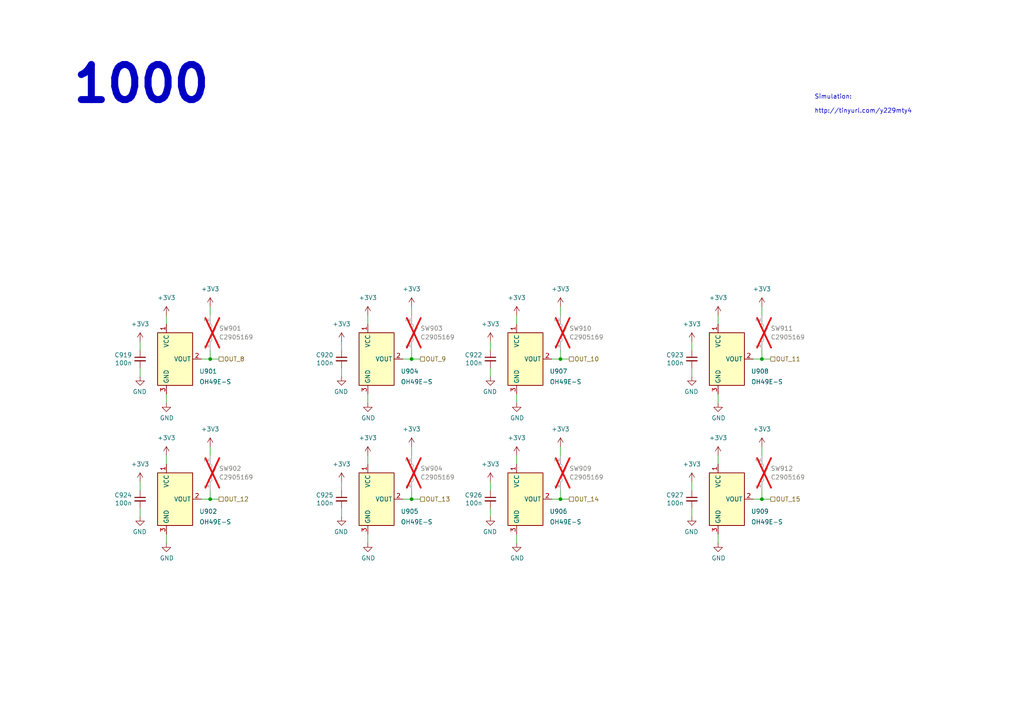
<source format=kicad_sch>
(kicad_sch (version 20250114) (generator "eeschema") (generator_version "9.0")
  (paper "A4")
  (lib_symbols
    (symbol "+3V3_1" (power) (pin_names (offset 0))
      (property "Value" "+3V3" (at 0 3.556 0))
      (symbol "+3V3_1_0_1"
        (polyline (pts (xy -0.762 1.27) (xy 0 2.54)))
        (polyline (pts (xy 0 2.54) (xy 0.762 1.27)))
        (polyline (pts (xy 0 0) (xy 0 2.54)))
      )
      (symbol "+3V3_1_1_1"
        (pin power_in line (at 0 0 90) (length 0) (hide yes) (name "+3V3") (number "1"))
      )
    )
    (symbol "+3V3_10" (power) (pin_names (offset 0))
      (property "Value" "+3V3" (at 0 3.556 0))
      (symbol "+3V3_10_0_1"
        (polyline (pts (xy -0.762 1.27) (xy 0 2.54)))
        (polyline (pts (xy 0 2.54) (xy 0.762 1.27)))
        (polyline (pts (xy 0 0) (xy 0 2.54)))
      )
      (symbol "+3V3_10_1_1"
        (pin power_in line (at 0 0 90) (length 0) (hide yes) (name "+3V3") (number "1"))
      )
    )
    (symbol "+3V3_11" (power) (pin_names (offset 0))
      (property "Value" "+3V3" (at 0 3.556 0))
      (symbol "+3V3_11_0_1"
        (polyline (pts (xy -0.762 1.27) (xy 0 2.54)))
        (polyline (pts (xy 0 2.54) (xy 0.762 1.27)))
        (polyline (pts (xy 0 0) (xy 0 2.54)))
      )
      (symbol "+3V3_11_1_1"
        (pin power_in line (at 0 0 90) (length 0) (hide yes) (name "+3V3") (number "1"))
      )
    )
    (symbol "+3V3_12" (power) (pin_names (offset 0))
      (property "Value" "+3V3" (at 0 3.556 0))
      (symbol "+3V3_12_0_1"
        (polyline (pts (xy -0.762 1.27) (xy 0 2.54)))
        (polyline (pts (xy 0 2.54) (xy 0.762 1.27)))
        (polyline (pts (xy 0 0) (xy 0 2.54)))
      )
      (symbol "+3V3_12_1_1"
        (pin power_in line (at 0 0 90) (length 0) (hide yes) (name "+3V3") (number "1"))
      )
    )
    (symbol "+3V3_13" (power) (pin_names (offset 0))
      (property "Value" "+3V3" (at 0 3.556 0))
      (symbol "+3V3_13_0_1"
        (polyline (pts (xy -0.762 1.27) (xy 0 2.54)))
        (polyline (pts (xy 0 2.54) (xy 0.762 1.27)))
        (polyline (pts (xy 0 0) (xy 0 2.54)))
      )
      (symbol "+3V3_13_1_1"
        (pin power_in line (at 0 0 90) (length 0) (hide yes) (name "+3V3") (number "1"))
      )
    )
    (symbol "+3V3_14" (power) (pin_names (offset 0))
      (property "Value" "+3V3" (at 0 3.556 0))
      (symbol "+3V3_14_0_1"
        (polyline (pts (xy -0.762 1.27) (xy 0 2.54)))
        (polyline (pts (xy 0 2.54) (xy 0.762 1.27)))
        (polyline (pts (xy 0 0) (xy 0 2.54)))
      )
      (symbol "+3V3_14_1_1"
        (pin power_in line (at 0 0 90) (length 0) (hide yes) (name "+3V3") (number "1"))
      )
    )
    (symbol "+3V3_15" (power) (pin_names (offset 0))
      (property "Value" "+3V3" (at 0 3.556 0))
      (symbol "+3V3_15_0_1"
        (polyline (pts (xy -0.762 1.27) (xy 0 2.54)))
        (polyline (pts (xy 0 2.54) (xy 0.762 1.27)))
        (polyline (pts (xy 0 0) (xy 0 2.54)))
      )
      (symbol "+3V3_15_1_1"
        (pin power_in line (at 0 0 90) (length 0) (hide yes) (name "+3V3") (number "1"))
      )
    )
    (symbol "+3V3_16" (power) (pin_names (offset 0))
      (property "Value" "+3V3" (at 0 3.556 0))
      (symbol "+3V3_16_0_1"
        (polyline (pts (xy -0.762 1.27) (xy 0 2.54)))
        (polyline (pts (xy 0 2.54) (xy 0.762 1.27)))
        (polyline (pts (xy 0 0) (xy 0 2.54)))
      )
      (symbol "+3V3_16_1_1"
        (pin power_in line (at 0 0 90) (length 0) (hide yes) (name "+3V3") (number "1"))
      )
    )
    (symbol "+3V3_17" (power) (pin_names (offset 0))
      (property "Value" "+3V3" (at 0 3.556 0))
      (symbol "+3V3_17_0_1"
        (polyline (pts (xy -0.762 1.27) (xy 0 2.54)))
        (polyline (pts (xy 0 2.54) (xy 0.762 1.27)))
        (polyline (pts (xy 0 0) (xy 0 2.54)))
      )
      (symbol "+3V3_17_1_1"
        (pin power_in line (at 0 0 90) (length 0) (hide yes) (name "+3V3") (number "1"))
      )
    )
    (symbol "+3V3_18" (power) (pin_names (offset 0))
      (property "Value" "+3V3" (at 0 3.556 0))
      (symbol "+3V3_18_0_1"
        (polyline (pts (xy -0.762 1.27) (xy 0 2.54)))
        (polyline (pts (xy 0 2.54) (xy 0.762 1.27)))
        (polyline (pts (xy 0 0) (xy 0 2.54)))
      )
      (symbol "+3V3_18_1_1"
        (pin power_in line (at 0 0 90) (length 0) (hide yes) (name "+3V3") (number "1"))
      )
    )
    (symbol "+3V3_19" (power) (pin_names (offset 0))
      (property "Value" "+3V3" (at 0 3.556 0))
      (symbol "+3V3_19_0_1"
        (polyline (pts (xy -0.762 1.27) (xy 0 2.54)))
        (polyline (pts (xy 0 2.54) (xy 0.762 1.27)))
        (polyline (pts (xy 0 0) (xy 0 2.54)))
      )
      (symbol "+3V3_19_1_1"
        (pin power_in line (at 0 0 90) (length 0) (hide yes) (name "+3V3") (number "1"))
      )
    )
    (symbol "+3V3_2" (power) (pin_names (offset 0))
      (property "Value" "+3V3" (at 0 3.556 0))
      (symbol "+3V3_2_0_1"
        (polyline (pts (xy -0.762 1.27) (xy 0 2.54)))
        (polyline (pts (xy 0 2.54) (xy 0.762 1.27)))
        (polyline (pts (xy 0 0) (xy 0 2.54)))
      )
      (symbol "+3V3_2_1_1"
        (pin power_in line (at 0 0 90) (length 0) (hide yes) (name "+3V3") (number "1"))
      )
    )
    (symbol "+3V3_20" (power) (pin_names (offset 0))
      (property "Value" "+3V3" (at 0 3.556 0))
      (symbol "+3V3_20_0_1"
        (polyline (pts (xy -0.762 1.27) (xy 0 2.54)))
        (polyline (pts (xy 0 2.54) (xy 0.762 1.27)))
        (polyline (pts (xy 0 0) (xy 0 2.54)))
      )
      (symbol "+3V3_20_1_1"
        (pin power_in line (at 0 0 90) (length 0) (hide yes) (name "+3V3") (number "1"))
      )
    )
    (symbol "+3V3_21" (power) (pin_names (offset 0))
      (property "Value" "+3V3" (at 0 3.556 0))
      (symbol "+3V3_21_0_1"
        (polyline (pts (xy -0.762 1.27) (xy 0 2.54)))
        (polyline (pts (xy 0 2.54) (xy 0.762 1.27)))
        (polyline (pts (xy 0 0) (xy 0 2.54)))
      )
      (symbol "+3V3_21_1_1"
        (pin power_in line (at 0 0 90) (length 0) (hide yes) (name "+3V3") (number "1"))
      )
    )
    (symbol "+3V3_22" (power) (pin_names (offset 0))
      (property "Value" "+3V3" (at 0 3.556 0))
      (symbol "+3V3_22_0_1"
        (polyline (pts (xy -0.762 1.27) (xy 0 2.54)))
        (polyline (pts (xy 0 2.54) (xy 0.762 1.27)))
        (polyline (pts (xy 0 0) (xy 0 2.54)))
      )
      (symbol "+3V3_22_1_1"
        (pin power_in line (at 0 0 90) (length 0) (hide yes) (name "+3V3") (number "1"))
      )
    )
    (symbol "+3V3_23" (power) (pin_names (offset 0))
      (property "Value" "+3V3" (at 0 3.556 0))
      (symbol "+3V3_23_0_1"
        (polyline (pts (xy -0.762 1.27) (xy 0 2.54)))
        (polyline (pts (xy 0 2.54) (xy 0.762 1.27)))
        (polyline (pts (xy 0 0) (xy 0 2.54)))
      )
      (symbol "+3V3_23_1_1"
        (pin power_in line (at 0 0 90) (length 0) (hide yes) (name "+3V3") (number "1"))
      )
    )
    (symbol "+3V3_3" (power) (pin_names (offset 0))
      (property "Value" "+3V3" (at 0 3.556 0))
      (symbol "+3V3_3_0_1"
        (polyline (pts (xy -0.762 1.27) (xy 0 2.54)))
        (polyline (pts (xy 0 2.54) (xy 0.762 1.27)))
        (polyline (pts (xy 0 0) (xy 0 2.54)))
      )
      (symbol "+3V3_3_1_1"
        (pin power_in line (at 0 0 90) (length 0) (hide yes) (name "+3V3") (number "1"))
      )
    )
    (symbol "+3V3_4" (power) (pin_names (offset 0))
      (property "Value" "+3V3" (at 0 3.556 0))
      (symbol "+3V3_4_0_1"
        (polyline (pts (xy -0.762 1.27) (xy 0 2.54)))
        (polyline (pts (xy 0 2.54) (xy 0.762 1.27)))
        (polyline (pts (xy 0 0) (xy 0 2.54)))
      )
      (symbol "+3V3_4_1_1"
        (pin power_in line (at 0 0 90) (length 0) (hide yes) (name "+3V3") (number "1"))
      )
    )
    (symbol "+3V3_5" (power) (pin_names (offset 0))
      (property "Value" "+3V3" (at 0 3.556 0))
      (symbol "+3V3_5_0_1"
        (polyline (pts (xy -0.762 1.27) (xy 0 2.54)))
        (polyline (pts (xy 0 2.54) (xy 0.762 1.27)))
        (polyline (pts (xy 0 0) (xy 0 2.54)))
      )
      (symbol "+3V3_5_1_1"
        (pin power_in line (at 0 0 90) (length 0) (hide yes) (name "+3V3") (number "1"))
      )
    )
    (symbol "+3V3_6" (power) (pin_names (offset 0))
      (property "Value" "+3V3" (at 0 3.556 0))
      (symbol "+3V3_6_0_1"
        (polyline (pts (xy -0.762 1.27) (xy 0 2.54)))
        (polyline (pts (xy 0 2.54) (xy 0.762 1.27)))
        (polyline (pts (xy 0 0) (xy 0 2.54)))
      )
      (symbol "+3V3_6_1_1"
        (pin power_in line (at 0 0 90) (length 0) (hide yes) (name "+3V3") (number "1"))
      )
    )
    (symbol "+3V3_7" (power) (pin_names (offset 0))
      (property "Value" "+3V3" (at 0 3.556 0))
      (symbol "+3V3_7_0_1"
        (polyline (pts (xy -0.762 1.27) (xy 0 2.54)))
        (polyline (pts (xy 0 2.54) (xy 0.762 1.27)))
        (polyline (pts (xy 0 0) (xy 0 2.54)))
      )
      (symbol "+3V3_7_1_1"
        (pin power_in line (at 0 0 90) (length 0) (hide yes) (name "+3V3") (number "1"))
      )
    )
    (symbol "+3V3_8" (power) (pin_names (offset 0))
      (property "Value" "+3V3" (at 0 3.556 0))
      (symbol "+3V3_8_0_1"
        (polyline (pts (xy -0.762 1.27) (xy 0 2.54)))
        (polyline (pts (xy 0 2.54) (xy 0.762 1.27)))
        (polyline (pts (xy 0 0) (xy 0 2.54)))
      )
      (symbol "+3V3_8_1_1"
        (pin power_in line (at 0 0 90) (length 0) (hide yes) (name "+3V3") (number "1"))
      )
    )
    (symbol "+3V3_9" (power) (pin_names (offset 0))
      (property "Value" "+3V3" (at 0 3.556 0))
      (symbol "+3V3_9_0_1"
        (polyline (pts (xy -0.762 1.27) (xy 0 2.54)))
        (polyline (pts (xy 0 2.54) (xy 0.762 1.27)))
        (polyline (pts (xy 0 0) (xy 0 2.54)))
      )
      (symbol "+3V3_9_1_1"
        (pin power_in line (at 0 0 90) (length 0) (hide yes) (name "+3V3") (number "1"))
      )
    )
    (symbol "CAP_1" (pin_numbers (hide yes)) (pin_names (offset 0.254) (hide yes))
      (property "Reference" "C" (at 0.254 1.778 0))
      (symbol "CAP_1_0_1"
        (polyline (pts (xy -1.524 0.508) (xy 1.524 0.508)) (stroke (width 0.3048)))
        (polyline (pts (xy -1.524 -0.508) (xy 1.524 -0.508)) (stroke (width 0.3302)))
      )
      (symbol "CAP_1_1_1"
        (pin passive line (at 0 2.54 270) (length 2.032) (name "~") (number "1"))
        (pin passive line (at 0 -2.54 90) (length 2.032) (name "~") (number "2"))
      )
    )
    (symbol "CAP_2" (pin_numbers (hide yes)) (pin_names (offset 0.254) (hide yes))
      (property "Reference" "C" (at 0.254 1.778 0))
      (symbol "CAP_2_0_1"
        (polyline (pts (xy -1.524 0.508) (xy 1.524 0.508)) (stroke (width 0.3048)))
        (polyline (pts (xy -1.524 -0.508) (xy 1.524 -0.508)) (stroke (width 0.3302)))
      )
      (symbol "CAP_2_1_1"
        (pin passive line (at 0 2.54 270) (length 2.032) (name "~") (number "1"))
        (pin passive line (at 0 -2.54 90) (length 2.032) (name "~") (number "2"))
      )
    )
    (symbol "CAP_3" (pin_numbers (hide yes)) (pin_names (offset 0.254) (hide yes))
      (property "Reference" "C" (at 0.254 1.778 0))
      (symbol "CAP_3_0_1"
        (polyline (pts (xy -1.524 0.508) (xy 1.524 0.508)) (stroke (width 0.3048)))
        (polyline (pts (xy -1.524 -0.508) (xy 1.524 -0.508)) (stroke (width 0.3302)))
      )
      (symbol "CAP_3_1_1"
        (pin passive line (at 0 2.54 270) (length 2.032) (name "~") (number "1"))
        (pin passive line (at 0 -2.54 90) (length 2.032) (name "~") (number "2"))
      )
    )
    (symbol "CAP_4" (pin_numbers (hide yes)) (pin_names (offset 0.254) (hide yes))
      (property "Reference" "C" (at 0.254 1.778 0))
      (symbol "CAP_4_0_1"
        (polyline (pts (xy -1.524 0.508) (xy 1.524 0.508)) (stroke (width 0.3048)))
        (polyline (pts (xy -1.524 -0.508) (xy 1.524 -0.508)) (stroke (width 0.3302)))
      )
      (symbol "CAP_4_1_1"
        (pin passive line (at 0 2.54 270) (length 2.032) (name "~") (number "1"))
        (pin passive line (at 0 -2.54 90) (length 2.032) (name "~") (number "2"))
      )
    )
    (symbol "CAP_5" (pin_numbers (hide yes)) (pin_names (offset 0.254) (hide yes))
      (property "Reference" "C" (at 0.254 1.778 0))
      (symbol "CAP_5_0_1"
        (polyline (pts (xy -1.524 0.508) (xy 1.524 0.508)) (stroke (width 0.3048)))
        (polyline (pts (xy -1.524 -0.508) (xy 1.524 -0.508)) (stroke (width 0.3302)))
      )
      (symbol "CAP_5_1_1"
        (pin passive line (at 0 2.54 270) (length 2.032) (name "~") (number "1"))
        (pin passive line (at 0 -2.54 90) (length 2.032) (name "~") (number "2"))
      )
    )
    (symbol "CAP_6" (pin_numbers (hide yes)) (pin_names (offset 0.254) (hide yes))
      (property "Reference" "C" (at 0.254 1.778 0))
      (symbol "CAP_6_0_1"
        (polyline (pts (xy -1.524 0.508) (xy 1.524 0.508)) (stroke (width 0.3048)))
        (polyline (pts (xy -1.524 -0.508) (xy 1.524 -0.508)) (stroke (width 0.3302)))
      )
      (symbol "CAP_6_1_1"
        (pin passive line (at 0 2.54 270) (length 2.032) (name "~") (number "1"))
        (pin passive line (at 0 -2.54 90) (length 2.032) (name "~") (number "2"))
      )
    )
    (symbol "CAP_7" (pin_numbers (hide yes)) (pin_names (offset 0.254) (hide yes))
      (property "Reference" "C" (at 0.254 1.778 0))
      (symbol "CAP_7_0_1"
        (polyline (pts (xy -1.524 0.508) (xy 1.524 0.508)) (stroke (width 0.3048)))
        (polyline (pts (xy -1.524 -0.508) (xy 1.524 -0.508)) (stroke (width 0.3302)))
      )
      (symbol "CAP_7_1_1"
        (pin passive line (at 0 2.54 270) (length 2.032) (name "~") (number "1"))
        (pin passive line (at 0 -2.54 90) (length 2.032) (name "~") (number "2"))
      )
    )
    (symbol "GND_1" (power) (pin_names (offset 0))
      (property "Value" "GND" (at 0 -3.81 0))
      (symbol "GND_1_0_1"
        (polyline (pts (xy 0 0) (xy 0 -1.27) (xy 1.27 -1.27) (xy 0 -2.54) (xy -1.27 -1.27) (xy 0 -1.27)))
      )
      (symbol "GND_1_1_1"
        (pin power_in line (at 0 0 270) (length 0) (hide yes) (name "GND") (number "1"))
      )
    )
    (symbol "GND_10" (power) (pin_names (offset 0))
      (property "Value" "GND" (at 0 -3.81 0))
      (symbol "GND_10_0_1"
        (polyline (pts (xy 0 0) (xy 0 -1.27) (xy 1.27 -1.27) (xy 0 -2.54) (xy -1.27 -1.27) (xy 0 -1.27)))
      )
      (symbol "GND_10_1_1"
        (pin power_in line (at 0 0 270) (length 0) (hide yes) (name "GND") (number "1"))
      )
    )
    (symbol "GND_11" (power) (pin_names (offset 0))
      (property "Value" "GND" (at 0 -3.81 0))
      (symbol "GND_11_0_1"
        (polyline (pts (xy 0 0) (xy 0 -1.27) (xy 1.27 -1.27) (xy 0 -2.54) (xy -1.27 -1.27) (xy 0 -1.27)))
      )
      (symbol "GND_11_1_1"
        (pin power_in line (at 0 0 270) (length 0) (hide yes) (name "GND") (number "1"))
      )
    )
    (symbol "GND_12" (power) (pin_names (offset 0))
      (property "Value" "GND" (at 0 -3.81 0))
      (symbol "GND_12_0_1"
        (polyline (pts (xy 0 0) (xy 0 -1.27) (xy 1.27 -1.27) (xy 0 -2.54) (xy -1.27 -1.27) (xy 0 -1.27)))
      )
      (symbol "GND_12_1_1"
        (pin power_in line (at 0 0 270) (length 0) (hide yes) (name "GND") (number "1"))
      )
    )
    (symbol "GND_13" (power) (pin_names (offset 0))
      (property "Value" "GND" (at 0 -3.81 0))
      (symbol "GND_13_0_1"
        (polyline (pts (xy 0 0) (xy 0 -1.27) (xy 1.27 -1.27) (xy 0 -2.54) (xy -1.27 -1.27) (xy 0 -1.27)))
      )
      (symbol "GND_13_1_1"
        (pin power_in line (at 0 0 270) (length 0) (hide yes) (name "GND") (number "1"))
      )
    )
    (symbol "GND_14" (power) (pin_names (offset 0))
      (property "Value" "GND" (at 0 -3.81 0))
      (symbol "GND_14_0_1"
        (polyline (pts (xy 0 0) (xy 0 -1.27) (xy 1.27 -1.27) (xy 0 -2.54) (xy -1.27 -1.27) (xy 0 -1.27)))
      )
      (symbol "GND_14_1_1"
        (pin power_in line (at 0 0 270) (length 0) (hide yes) (name "GND") (number "1"))
      )
    )
    (symbol "GND_15" (power) (pin_names (offset 0))
      (property "Value" "GND" (at 0 -3.81 0))
      (symbol "GND_15_0_1"
        (polyline (pts (xy 0 0) (xy 0 -1.27) (xy 1.27 -1.27) (xy 0 -2.54) (xy -1.27 -1.27) (xy 0 -1.27)))
      )
      (symbol "GND_15_1_1"
        (pin power_in line (at 0 0 270) (length 0) (hide yes) (name "GND") (number "1"))
      )
    )
    (symbol "GND_2" (power) (pin_names (offset 0))
      (property "Value" "GND" (at 0 -3.81 0))
      (symbol "GND_2_0_1"
        (polyline (pts (xy 0 0) (xy 0 -1.27) (xy 1.27 -1.27) (xy 0 -2.54) (xy -1.27 -1.27) (xy 0 -1.27)))
      )
      (symbol "GND_2_1_1"
        (pin power_in line (at 0 0 270) (length 0) (hide yes) (name "GND") (number "1"))
      )
    )
    (symbol "GND_3" (power) (pin_names (offset 0))
      (property "Value" "GND" (at 0 -3.81 0))
      (symbol "GND_3_0_1"
        (polyline (pts (xy 0 0) (xy 0 -1.27) (xy 1.27 -1.27) (xy 0 -2.54) (xy -1.27 -1.27) (xy 0 -1.27)))
      )
      (symbol "GND_3_1_1"
        (pin power_in line (at 0 0 270) (length 0) (hide yes) (name "GND") (number "1"))
      )
    )
    (symbol "GND_4" (power) (pin_names (offset 0))
      (property "Value" "GND" (at 0 -3.81 0))
      (symbol "GND_4_0_1"
        (polyline (pts (xy 0 0) (xy 0 -1.27) (xy 1.27 -1.27) (xy 0 -2.54) (xy -1.27 -1.27) (xy 0 -1.27)))
      )
      (symbol "GND_4_1_1"
        (pin power_in line (at 0 0 270) (length 0) (hide yes) (name "GND") (number "1"))
      )
    )
    (symbol "GND_5" (power) (pin_names (offset 0))
      (property "Value" "GND" (at 0 -3.81 0))
      (symbol "GND_5_0_1"
        (polyline (pts (xy 0 0) (xy 0 -1.27) (xy 1.27 -1.27) (xy 0 -2.54) (xy -1.27 -1.27) (xy 0 -1.27)))
      )
      (symbol "GND_5_1_1"
        (pin power_in line (at 0 0 270) (length 0) (hide yes) (name "GND") (number "1"))
      )
    )
    (symbol "GND_6" (power) (pin_names (offset 0))
      (property "Value" "GND" (at 0 -3.81 0))
      (symbol "GND_6_0_1"
        (polyline (pts (xy 0 0) (xy 0 -1.27) (xy 1.27 -1.27) (xy 0 -2.54) (xy -1.27 -1.27) (xy 0 -1.27)))
      )
      (symbol "GND_6_1_1"
        (pin power_in line (at 0 0 270) (length 0) (hide yes) (name "GND") (number "1"))
      )
    )
    (symbol "GND_7" (power) (pin_names (offset 0))
      (property "Value" "GND" (at 0 -3.81 0))
      (symbol "GND_7_0_1"
        (polyline (pts (xy 0 0) (xy 0 -1.27) (xy 1.27 -1.27) (xy 0 -2.54) (xy -1.27 -1.27) (xy 0 -1.27)))
      )
      (symbol "GND_7_1_1"
        (pin power_in line (at 0 0 270) (length 0) (hide yes) (name "GND") (number "1"))
      )
    )
    (symbol "GND_8" (power) (pin_names (offset 0))
      (property "Value" "GND" (at 0 -3.81 0))
      (symbol "GND_8_0_1"
        (polyline (pts (xy 0 0) (xy 0 -1.27) (xy 1.27 -1.27) (xy 0 -2.54) (xy -1.27 -1.27) (xy 0 -1.27)))
      )
      (symbol "GND_8_1_1"
        (pin power_in line (at 0 0 270) (length 0) (hide yes) (name "GND") (number "1"))
      )
    )
    (symbol "GND_9" (power) (pin_names (offset 0))
      (property "Value" "GND" (at 0 -3.81 0))
      (symbol "GND_9_0_1"
        (polyline (pts (xy 0 0) (xy 0 -1.27) (xy 1.27 -1.27) (xy 0 -2.54) (xy -1.27 -1.27) (xy 0 -1.27)))
      )
      (symbol "GND_9_1_1"
        (pin power_in line (at 0 0 270) (length 0) (hide yes) (name "GND") (number "1"))
      )
    )
    (symbol "Sensor_Magnetic:A1301KLHLT-T"
      (property "Reference" "U" (at 0 11.43 0))
      (property "Value" "A1301KLHLT-T" (at 0 8.89 0))
      (symbol "A1301KLHLT-T_0_1"
        (rectangle (start -5.08 7.62) (end 5.08 -7.62) (stroke (width 0.254)) (fill (type background)))
      )
      (symbol "A1301KLHLT-T_1_1"
        (pin power_in line (at -2.54 10.16 270) (length 2.54) (name "VCC") (number "1"))
        (pin power_in line (at -2.54 -10.16 90) (length 2.54) (name "GND") (number "3"))
        (pin output line (at 7.62 0 180) (length 2.54) (name "VOUT") (number "2"))
      )
    )
    (symbol "Switch:SW_SPST" (pin_names (offset 0) (hide yes))
      (property "Reference" "SW" (at 0 3.175 0))
      (property "Value" "SW_SPST" (at 0 -2.54 0))
      (symbol "SW_SPST_0_0"
        (circle (center -2.032 0) (radius 0.508))
        (polyline (pts (xy -1.524 0.254) (xy 1.524 1.778)))
        (circle (center 2.032 0) (radius 0.508))
      )
      (symbol "SW_SPST_1_1"
        (pin passive line (at -5.08 0 0) (length 2.54) (name "A") (number "1"))
        (pin passive line (at 5.08 0 180) (length 2.54) (name "B") (number "2"))
      )
    )
    (symbol "power:+3V3" (power) (pin_names (offset 0))
      (property "Value" "+3V3" (at 0 3.556 0))
      (symbol "+3V3_0_1"
        (polyline (pts (xy -0.762 1.27) (xy 0 2.54)))
        (polyline (pts (xy 0 2.54) (xy 0.762 1.27)))
        (polyline (pts (xy 0 0) (xy 0 2.54)))
      )
      (symbol "+3V3_1_1"
        (pin power_in line (at 0 0 90) (length 0) (hide yes) (name "+3V3") (number "1"))
      )
    )
    (symbol "power:GND" (power) (pin_names (offset 0))
      (property "Value" "GND" (at 0 -3.81 0))
      (symbol "GND_0_1"
        (polyline (pts (xy 0 0) (xy 0 -1.27) (xy 1.27 -1.27) (xy 0 -2.54) (xy -1.27 -1.27) (xy 0 -1.27)))
      )
      (symbol "GND_1_1"
        (pin power_in line (at 0 0 270) (length 0) (hide yes) (name "GND") (number "1"))
      )
    )
    (symbol "suku_basics:CAP" (pin_numbers (hide yes)) (pin_names (offset 0.254) (hide yes))
      (property "Reference" "C" (at 0.254 1.778 0))
      (symbol "CAP_0_1"
        (polyline (pts (xy -1.524 0.508) (xy 1.524 0.508)) (stroke (width 0.3048)))
        (polyline (pts (xy -1.524 -0.508) (xy 1.524 -0.508)) (stroke (width 0.3302)))
      )
      (symbol "CAP_1_1"
        (pin passive line (at 0 2.54 270) (length 2.032) (name "~") (number "1"))
        (pin passive line (at 0 -2.54 90) (length 2.032) (name "~") (number "2"))
      )
    )
  )
  (text "1000" (at 20.32 30.48 0) (effects (font (size 10.16 10.16) (thickness 2.032) (bold yes)) (justify left bottom)))
  (text "Simulation:\n\nhttp://tinyurl.com/y229mty4" (at 236.22 33.02 0) (effects (font (size 1.27 1.27)) (justify left bottom)))
  (junction (at 119.38 144.78))
  (junction (at 119.38 104.14))
  (junction (at 220.98 104.14))
  (junction (at 162.56 144.78))
  (junction (at 162.56 104.14))
  (junction (at 60.96 104.14))
  (junction (at 220.98 144.78))
  (junction (at 60.96 144.78))
  (wire (pts (xy 220.98 142.24) (xy 220.98 144.78)))
  (wire (pts (xy 162.56 88.9) (xy 162.56 91.44)))
  (wire (pts (xy 160.02 144.78) (xy 162.56 144.78)))
  (wire (pts (xy 200.66 149.86) (xy 200.66 147.32)))
  (wire (pts (xy 48.26 154.94) (xy 48.26 157.48)))
  (wire (pts (xy 208.28 132.08) (xy 208.28 134.62)))
  (wire (pts (xy 99.06 139.7) (xy 99.06 142.24)))
  (wire (pts (xy 119.38 88.9) (xy 119.38 91.44)))
  (wire (pts (xy 162.56 104.14) (xy 165.1 104.14)))
  (wire (pts (xy 208.28 114.3) (xy 208.28 116.84)))
  (wire (pts (xy 218.44 104.14) (xy 220.98 104.14)))
  (wire (pts (xy 60.96 144.78) (xy 63.5 144.78)))
  (wire (pts (xy 40.64 139.7) (xy 40.64 142.24)))
  (wire (pts (xy 149.86 154.94) (xy 149.86 157.48)))
  (wire (pts (xy 208.28 154.94) (xy 208.28 157.48)))
  (wire (pts (xy 149.86 132.08) (xy 149.86 134.62)))
  (wire (pts (xy 58.42 144.78) (xy 60.96 144.78)))
  (wire (pts (xy 149.86 91.44) (xy 149.86 93.98)))
  (wire (pts (xy 220.98 144.78) (xy 223.52 144.78)))
  (wire (pts (xy 48.26 114.3) (xy 48.26 116.84)))
  (wire (pts (xy 119.38 129.54) (xy 119.38 132.08)))
  (wire (pts (xy 60.96 88.9) (xy 60.96 91.44)))
  (wire (pts (xy 220.98 88.9) (xy 220.98 91.44)))
  (wire (pts (xy 40.64 149.86) (xy 40.64 147.32)))
  (wire (pts (xy 220.98 101.6) (xy 220.98 104.14)))
  (wire (pts (xy 60.96 101.6) (xy 60.96 104.14)))
  (wire (pts (xy 119.38 101.6) (xy 119.38 104.14)))
  (wire (pts (xy 116.84 104.14) (xy 119.38 104.14)))
  (wire (pts (xy 116.84 144.78) (xy 119.38 144.78)))
  (wire (pts (xy 200.66 109.22) (xy 200.66 106.68)))
  (wire (pts (xy 60.96 129.54) (xy 60.96 132.08)))
  (wire (pts (xy 142.24 99.06) (xy 142.24 101.6)))
  (wire (pts (xy 119.38 144.78) (xy 121.92 144.78)))
  (wire (pts (xy 200.66 99.06) (xy 200.66 101.6)))
  (wire (pts (xy 142.24 109.22) (xy 142.24 106.68)))
  (wire (pts (xy 119.38 142.24) (xy 119.38 144.78)))
  (wire (pts (xy 40.64 109.22) (xy 40.64 106.68)))
  (wire (pts (xy 160.02 104.14) (xy 162.56 104.14)))
  (wire (pts (xy 99.06 149.86) (xy 99.06 147.32)))
  (wire (pts (xy 58.42 104.14) (xy 60.96 104.14)))
  (wire (pts (xy 60.96 104.14) (xy 63.5 104.14)))
  (wire (pts (xy 200.66 139.7) (xy 200.66 142.24)))
  (wire (pts (xy 48.26 132.08) (xy 48.26 134.62)))
  (wire (pts (xy 162.56 142.24) (xy 162.56 144.78)))
  (wire (pts (xy 162.56 144.78) (xy 165.1 144.78)))
  (wire (pts (xy 40.64 99.06) (xy 40.64 101.6)))
  (wire (pts (xy 48.26 91.44) (xy 48.26 93.98)))
  (wire (pts (xy 60.96 142.24) (xy 60.96 144.78)))
  (wire (pts (xy 220.98 104.14) (xy 223.52 104.14)))
  (wire (pts (xy 106.68 132.08) (xy 106.68 134.62)))
  (wire (pts (xy 106.68 154.94) (xy 106.68 157.48)))
  (wire (pts (xy 218.44 144.78) (xy 220.98 144.78)))
  (wire (pts (xy 106.68 114.3) (xy 106.68 116.84)))
  (wire (pts (xy 99.06 99.06) (xy 99.06 101.6)))
  (wire (pts (xy 220.98 129.54) (xy 220.98 132.08)))
  (wire (pts (xy 162.56 101.6) (xy 162.56 104.14)))
  (wire (pts (xy 106.68 91.44) (xy 106.68 93.98)))
  (wire (pts (xy 162.56 129.54) (xy 162.56 132.08)))
  (wire (pts (xy 99.06 109.22) (xy 99.06 106.68)))
  (wire (pts (xy 208.28 91.44) (xy 208.28 93.98)))
  (wire (pts (xy 149.86 114.3) (xy 149.86 116.84)))
  (wire (pts (xy 119.38 104.14) (xy 121.92 104.14)))
  (wire (pts (xy 142.24 149.86) (xy 142.24 147.32)))
  (wire (pts (xy 142.24 139.7) (xy 142.24 142.24)))
  (hierarchical_label "OUT_13" (shape passive) (at 121.92 144.78 0))
  (hierarchical_label "OUT_12" (shape passive) (at 63.5 144.78 0))
  (hierarchical_label "OUT_11" (shape passive) (at 223.52 104.14 0))
  (hierarchical_label "OUT_10" (shape passive) (at 165.1 104.14 0))
  (hierarchical_label "OUT_9" (shape passive) (at 121.92 104.14 0))
  (hierarchical_label "OUT_8" (shape passive) (at 63.5 104.14 0))
  (hierarchical_label "OUT_14" (shape passive) (at 165.1 144.78 0))
  (hierarchical_label "OUT_15" (shape passive) (at 223.52 144.78 0))
  (symbol (lib_name "+3V3_22") (lib_id "power:+3V3") (at 200.66 139.7 0) (unit 1)
    (property "Reference" "#PWR01044" (effects (hide yes)))
    (property "Value" "+3V3" (at 200.66 134.62 0))
  )
  (symbol (lib_name "GND_12") (lib_id "power:GND") (at 208.28 116.84 0) (unit 1)
    (property "Reference" "#PWR0998" (effects (hide yes)))
    (property "Value" "GND" (at 208.407 121.2342 0))
  )
  (symbol (lib_id "Switch:SW_SPST") (at 119.38 137.16 270) (mirror x) (unit 1) (dnp yes)
    (property "Reference" "SW904" (at 121.92 135.8899 90) (effects (justify left)))
    (property "Value" "C2905169" (at 121.92 138.4299 90) (effects (justify left)))
    (property "Footprint" "suku_basics:gateron-low-profile" (effects (hide yes)))
  )
  (symbol (lib_name "+3V3_20") (lib_id "power:+3V3") (at 149.86 132.08 0) (unit 1)
    (property "Reference" "#PWR01031" (effects (hide yes)))
    (property "Value" "+3V3" (at 149.86 127 0))
  )
  (symbol (lib_name "+3V3_21") (lib_id "power:+3V3") (at 60.96 129.54 0) (unit 1)
    (property "Reference" "#PWR0978" (effects (hide yes)))
    (property "Value" "+3V3" (at 60.96 124.46 0))
  )
  (symbol (lib_id "suku_basics:CAP") (at 142.24 144.78 0) (mirror y) (unit 1)
    (property "Reference" "C926" (at 139.9032 143.6116 0) (effects (justify left)))
    (property "Value" "100n" (at 139.9032 145.923 0) (effects (justify left)))
    (property "Footprint" "suku_basics:CAP_0402" (effects (hide yes)))
  )
  (symbol (lib_name "+3V3_19") (lib_id "power:+3V3") (at 48.26 132.08 0) (unit 1)
    (property "Reference" "#PWR0999" (effects (hide yes)))
    (property "Value" "+3V3" (at 48.26 127 0))
  )
  (symbol (lib_name "+3V3_18") (lib_id "power:+3V3") (at 60.96 88.9 0) (unit 1)
    (property "Reference" "#PWR0963" (effects (hide yes)))
    (property "Value" "+3V3" (at 60.96 83.82 0))
  )
  (symbol (lib_name "+3V3_17") (lib_id "power:+3V3") (at 208.28 132.08 0) (unit 1)
    (property "Reference" "#PWR01043" (effects (hide yes)))
    (property "Value" "+3V3" (at 208.28 127 0))
  )
  (symbol (lib_id "Sensor_Magnetic:A1301KLHLT-T") (at 210.82 104.14 0) (unit 1)
    (property "Reference" "U908" (at 223.012 107.696 0) (effects (justify right)))
    (property "Value" "OH49E-S" (at 227.076 110.744 0) (effects (justify right)))
    (property "Footprint" "suku_basics:SOT-23W" (effects (hide yes)))
    (property "Datasheet" "http://www.allegromicro.com/~/media/Files/Datasheets/A1301-2-Datasheet.ashx" (effects (hide yes)))
    (property "Part" "C85573" (effects (hide yes)))
  )
  (symbol (lib_name "GND_11") (lib_id "power:GND") (at 99.06 149.86 0) (mirror y) (unit 1)
    (property "Reference" "#PWR01029" (effects (hide yes)))
    (property "Value" "GND" (at 98.933 154.2542 0))
  )
  (symbol (lib_name "GND_10") (lib_id "power:GND") (at 48.26 116.84 0) (unit 1)
    (property "Reference" "#PWR0984" (effects (hide yes)))
    (property "Value" "GND" (at 48.387 121.2342 0))
  )
  (symbol (lib_name "GND_9") (lib_id "power:GND") (at 200.66 109.22 0) (mirror y) (unit 1)
    (property "Reference" "#PWR0997" (effects (hide yes)))
    (property "Value" "GND" (at 200.533 113.6142 0))
  )
  (symbol (lib_name "+3V3_15") (lib_id "power:+3V3") (at 40.64 139.7 0) (unit 1)
    (property "Reference" "#PWR01000" (effects (hide yes)))
    (property "Value" "+3V3" (at 40.64 134.62 0))
  )
  (symbol (lib_name "+3V3_14") (lib_id "power:+3V3") (at 200.66 99.06 0) (unit 1)
    (property "Reference" "#PWR0996" (effects (hide yes)))
    (property "Value" "+3V3" (at 200.66 93.98 0))
  )
  (symbol (lib_name "CAP_7") (lib_id "suku_basics:CAP") (at 200.66 104.14 0) (mirror y) (unit 1)
    (property "Reference" "C923" (at 198.3232 102.9716 0) (effects (justify left)))
    (property "Value" "100n" (at 198.3232 105.283 0) (effects (justify left)))
    (property "Footprint" "suku_basics:CAP_0402" (effects (hide yes)))
  )
  (symbol (lib_name "GND_8") (lib_id "power:GND") (at 200.66 149.86 0) (mirror y) (unit 1)
    (property "Reference" "#PWR01046" (effects (hide yes)))
    (property "Value" "GND" (at 200.533 154.2542 0))
  )
  (symbol (lib_id "Sensor_Magnetic:A1301KLHLT-T") (at 50.8 104.14 0) (unit 1)
    (property "Reference" "U901" (at 62.992 107.696 0) (effects (justify right)))
    (property "Value" "OH49E-S" (at 67.056 110.744 0) (effects (justify right)))
    (property "Footprint" "suku_basics:SOT-23W" (effects (hide yes)))
    (property "Datasheet" "http://www.allegromicro.com/~/media/Files/Datasheets/A1301-2-Datasheet.ashx" (effects (hide yes)))
    (property "Part" "C85573" (effects (hide yes)))
  )
  (symbol (lib_id "Switch:SW_SPST") (at 60.96 96.52 270) (mirror x) (unit 1) (dnp yes)
    (property "Reference" "SW901" (at 63.5 95.2499 90) (effects (justify left)))
    (property "Value" "C2905169" (at 63.5 97.7899 90) (effects (justify left)))
    (property "Footprint" "suku_basics:gateron-low-profile" (effects (hide yes)))
  )
  (symbol (lib_id "Sensor_Magnetic:A1301KLHLT-T") (at 152.4 104.14 0) (unit 1)
    (property "Reference" "U907" (at 164.592 107.696 0) (effects (justify right)))
    (property "Value" "OH49E-S" (at 168.656 110.744 0) (effects (justify right)))
    (property "Footprint" "suku_basics:SOT-23W" (effects (hide yes)))
    (property "Datasheet" "http://www.allegromicro.com/~/media/Files/Datasheets/A1301-2-Datasheet.ashx" (effects (hide yes)))
    (property "Part" "C85573" (effects (hide yes)))
  )
  (symbol (lib_name "+3V3_16") (lib_id "power:+3V3") (at 162.56 129.54 0) (unit 1)
    (property "Reference" "#PWR01050" (effects (hide yes)))
    (property "Value" "+3V3" (at 162.56 124.46 0))
  )
  (symbol (lib_name "CAP_6") (lib_id "suku_basics:CAP") (at 99.06 104.14 0) (mirror y) (unit 1)
    (property "Reference" "C920" (at 96.7232 102.9716 0) (effects (justify left)))
    (property "Value" "100n" (at 96.7232 105.283 0) (effects (justify left)))
    (property "Footprint" "suku_basics:CAP_0402" (effects (hide yes)))
  )
  (symbol (lib_name "+3V3_13") (lib_id "power:+3V3") (at 142.24 99.06 0) (unit 1)
    (property "Reference" "#PWR0992" (effects (hide yes)))
    (property "Value" "+3V3" (at 142.24 93.98 0))
  )
  (symbol (lib_name "+3V3_11") (lib_id "power:+3V3") (at 119.38 129.54 0) (unit 1)
    (property "Reference" "#PWR01049" (effects (hide yes)))
    (property "Value" "+3V3" (at 119.38 124.46 0))
  )
  (symbol (lib_name "CAP_5") (lib_id "suku_basics:CAP") (at 40.64 104.14 0) (mirror y) (unit 1)
    (property "Reference" "C919" (at 38.3032 102.9716 0) (effects (justify left)))
    (property "Value" "100n" (at 38.3032 105.283 0) (effects (justify left)))
    (property "Footprint" "suku_basics:CAP_0402" (effects (hide yes)))
  )
  (symbol (lib_name "+3V3_12") (lib_id "power:+3V3") (at 40.64 99.06 0) (unit 1)
    (property "Reference" "#PWR0986" (effects (hide yes)))
    (property "Value" "+3V3" (at 40.64 93.98 0))
  )
  (symbol (lib_name "+3V3_10") (lib_id "power:+3V3") (at 220.98 129.54 0) (unit 1)
    (property "Reference" "#PWR01053" (effects (hide yes)))
    (property "Value" "+3V3" (at 220.98 124.46 0))
  )
  (symbol (lib_id "Sensor_Magnetic:A1301KLHLT-T") (at 109.22 144.78 0) (unit 1)
    (property "Reference" "U905" (at 121.412 148.336 0) (effects (justify right)))
    (property "Value" "OH49E-S" (at 125.476 151.384 0) (effects (justify right)))
    (property "Footprint" "suku_basics:SOT-23W" (effects (hide yes)))
    (property "Datasheet" "http://www.allegromicro.com/~/media/Files/Datasheets/A1301-2-Datasheet.ashx" (effects (hide yes)))
    (property "Part" "C85573" (effects (hide yes)))
  )
  (symbol (lib_name "+3V3_9") (lib_id "power:+3V3") (at 149.86 91.44 0) (unit 1)
    (property "Reference" "#PWR0991" (effects (hide yes)))
    (property "Value" "+3V3" (at 149.86 86.36 0))
  )
  (symbol (lib_name "CAP_4") (lib_id "suku_basics:CAP") (at 200.66 144.78 0) (mirror y) (unit 1)
    (property "Reference" "C927" (at 198.3232 143.6116 0) (effects (justify left)))
    (property "Value" "100n" (at 198.3232 145.923 0) (effects (justify left)))
    (property "Footprint" "suku_basics:CAP_0402" (effects (hide yes)))
  )
  (symbol (lib_name "GND_7") (lib_id "power:GND") (at 208.28 157.48 0) (unit 1)
    (property "Reference" "#PWR01047" (effects (hide yes)))
    (property "Value" "GND" (at 208.407 161.8742 0))
  )
  (symbol (lib_name "+3V3_8") (lib_id "power:+3V3") (at 106.68 132.08 0) (unit 1)
    (property "Reference" "#PWR01027" (effects (hide yes)))
    (property "Value" "+3V3" (at 106.68 127 0))
  )
  (symbol (lib_id "Sensor_Magnetic:A1301KLHLT-T") (at 50.8 144.78 0) (unit 1)
    (property "Reference" "U902" (at 62.992 148.336 0) (effects (justify right)))
    (property "Value" "OH49E-S" (at 67.056 151.384 0) (effects (justify right)))
    (property "Footprint" "suku_basics:SOT-23W" (effects (hide yes)))
    (property "Datasheet" "http://www.allegromicro.com/~/media/Files/Datasheets/A1301-2-Datasheet.ashx" (effects (hide yes)))
    (property "Part" "C85573" (effects (hide yes)))
  )
  (symbol (lib_id "Switch:SW_SPST") (at 162.56 137.16 270) (mirror x) (unit 1) (dnp yes)
    (property "Reference" "SW909" (at 165.1 135.8899 90) (effects (justify left)))
    (property "Value" "C2905169" (at 165.1 138.4299 90) (effects (justify left)))
    (property "Footprint" "suku_basics:gateron-low-profile" (effects (hide yes)))
  )
  (symbol (lib_id "Switch:SW_SPST") (at 162.56 96.52 270) (mirror x) (unit 1) (dnp yes)
    (property "Reference" "SW910" (at 165.1 95.2499 90) (effects (justify left)))
    (property "Value" "C2905169" (at 165.1 97.7899 90) (effects (justify left)))
    (property "Footprint" "suku_basics:gateron-low-profile" (effects (hide yes)))
  )
  (symbol (lib_name "+3V3_7") (lib_id "power:+3V3") (at 48.26 91.44 0) (unit 1)
    (property "Reference" "#PWR01059" (effects (hide yes)))
    (property "Value" "+3V3" (at 48.26 86.36 0))
  )
  (symbol (lib_name "+3V3_6") (lib_id "power:+3V3") (at 142.24 139.7 0) (unit 1)
    (property "Reference" "#PWR01032" (effects (hide yes)))
    (property "Value" "+3V3" (at 142.24 134.62 0))
  )
  (symbol (lib_id "Switch:SW_SPST") (at 119.38 96.52 270) (mirror x) (unit 1) (dnp yes)
    (property "Reference" "SW903" (at 121.92 95.2499 90) (effects (justify left)))
    (property "Value" "C2905169" (at 121.92 97.7899 90) (effects (justify left)))
    (property "Footprint" "suku_basics:gateron-low-profile" (effects (hide yes)))
  )
  (symbol (lib_name "+3V3_5") (lib_id "power:+3V3") (at 119.38 88.9 0) (unit 1)
    (property "Reference" "#PWR01048" (effects (hide yes)))
    (property "Value" "+3V3" (at 119.38 83.82 0))
  )
  (symbol (lib_name "+3V3_4") (lib_id "power:+3V3") (at 220.98 88.9 0) (unit 1)
    (property "Reference" "#PWR01052" (effects (hide yes)))
    (property "Value" "+3V3" (at 220.98 83.82 0))
  )
  (symbol (lib_name "GND_6") (lib_id "power:GND") (at 40.64 109.22 0) (mirror y) (unit 1)
    (property "Reference" "#PWR0985" (effects (hide yes)))
    (property "Value" "GND" (at 40.513 113.6142 0))
  )
  (symbol (lib_id "Sensor_Magnetic:A1301KLHLT-T") (at 109.22 104.14 0) (unit 1)
    (property "Reference" "U904" (at 121.412 107.696 0) (effects (justify right)))
    (property "Value" "OH49E-S" (at 125.476 110.744 0) (effects (justify right)))
    (property "Footprint" "suku_basics:SOT-23W" (effects (hide yes)))
    (property "Datasheet" "http://www.allegromicro.com/~/media/Files/Datasheets/A1301-2-Datasheet.ashx" (effects (hide yes)))
    (property "Part" "C85573" (effects (hide yes)))
  )
  (symbol (lib_name "+3V3_3") (lib_id "power:+3V3") (at 208.28 91.44 0) (unit 1)
    (property "Reference" "#PWR0995" (effects (hide yes)))
    (property "Value" "+3V3" (at 208.28 86.36 0))
  )
  (symbol (lib_name "GND_3") (lib_id "power:GND") (at 142.24 149.86 0) (mirror y) (unit 1)
    (property "Reference" "#PWR01039" (effects (hide yes)))
    (property "Value" "GND" (at 142.113 154.2542 0))
  )
  (symbol (lib_name "GND_4") (lib_id "power:GND") (at 99.06 109.22 0) (mirror y) (unit 1)
    (property "Reference" "#PWR0989" (effects (hide yes)))
    (property "Value" "GND" (at 98.933 113.6142 0))
  )
  (symbol (lib_name "CAP_3") (lib_id "suku_basics:CAP") (at 142.24 104.14 0) (mirror y) (unit 1)
    (property "Reference" "C922" (at 139.9032 102.9716 0) (effects (justify left)))
    (property "Value" "100n" (at 139.9032 105.283 0) (effects (justify left)))
    (property "Footprint" "suku_basics:CAP_0402" (effects (hide yes)))
  )
  (symbol (lib_id "Switch:SW_SPST") (at 220.98 96.52 270) (mirror x) (unit 1) (dnp yes)
    (property "Reference" "SW911" (at 223.52 95.2499 90) (effects (justify left)))
    (property "Value" "C2905169" (at 223.52 97.7899 90) (effects (justify left)))
    (property "Footprint" "suku_basics:gateron-low-profile" (effects (hide yes)))
  )
  (symbol (lib_name "CAP_2") (lib_id "suku_basics:CAP") (at 99.06 144.78 0) (mirror y) (unit 1)
    (property "Reference" "C925" (at 96.7232 143.6116 0) (effects (justify left)))
    (property "Value" "100n" (at 96.7232 145.923 0) (effects (justify left)))
    (property "Footprint" "suku_basics:CAP_0402" (effects (hide yes)))
  )
  (symbol (lib_id "Switch:SW_SPST") (at 60.96 137.16 270) (mirror x) (unit 1) (dnp yes)
    (property "Reference" "SW902" (at 63.5 135.8899 90) (effects (justify left)))
    (property "Value" "C2905169" (at 63.5 138.4299 90) (effects (justify left)))
    (property "Footprint" "suku_basics:gateron-low-profile" (effects (hide yes)))
  )
  (symbol (lib_id "Sensor_Magnetic:A1301KLHLT-T") (at 210.82 144.78 0) (unit 1)
    (property "Reference" "U909" (at 223.012 148.336 0) (effects (justify right)))
    (property "Value" "OH49E-S" (at 227.076 151.384 0) (effects (justify right)))
    (property "Footprint" "suku_basics:SOT-23W" (effects (hide yes)))
    (property "Datasheet" "http://www.allegromicro.com/~/media/Files/Datasheets/A1301-2-Datasheet.ashx" (effects (hide yes)))
    (property "Part" "C85573" (effects (hide yes)))
  )
  (symbol (lib_name "+3V3_2") (lib_id "power:+3V3") (at 99.06 99.06 0) (unit 1)
    (property "Reference" "#PWR0988" (effects (hide yes)))
    (property "Value" "+3V3" (at 99.06 93.98 0))
  )
  (symbol (lib_name "CAP_1") (lib_id "suku_basics:CAP") (at 40.64 144.78 0) (mirror y) (unit 1)
    (property "Reference" "C924" (at 38.3032 143.6116 0) (effects (justify left)))
    (property "Value" "100n" (at 38.3032 145.923 0) (effects (justify left)))
    (property "Footprint" "suku_basics:CAP_0402" (effects (hide yes)))
  )
  (symbol (lib_name "GND_5") (lib_id "power:GND") (at 106.68 116.84 0) (unit 1)
    (property "Reference" "#PWR0990" (effects (hide yes)))
    (property "Value" "GND" (at 106.807 121.2342 0))
  )
  (symbol (lib_id "Sensor_Magnetic:A1301KLHLT-T") (at 152.4 144.78 0) (unit 1)
    (property "Reference" "U906" (at 164.592 148.336 0) (effects (justify right)))
    (property "Value" "OH49E-S" (at 168.656 151.384 0) (effects (justify right)))
    (property "Footprint" "suku_basics:SOT-23W" (effects (hide yes)))
    (property "Datasheet" "http://www.allegromicro.com/~/media/Files/Datasheets/A1301-2-Datasheet.ashx" (effects (hide yes)))
    (property "Part" "C85573" (effects (hide yes)))
  )
  (symbol (lib_name "GND_2") (lib_id "power:GND") (at 106.68 157.48 0) (unit 1)
    (property "Reference" "#PWR01030" (effects (hide yes)))
    (property "Value" "GND" (at 106.807 161.8742 0))
  )
  (symbol (lib_id "power:GND") (at 48.26 157.48 0) (unit 1)
    (property "Reference" "#PWR01026" (effects (hide yes)))
    (property "Value" "GND" (at 48.387 161.8742 0))
  )
  (symbol (lib_id "power:+3V3") (at 106.68 91.44 0) (unit 1)
    (property "Reference" "#PWR0987" (effects (hide yes)))
    (property "Value" "+3V3" (at 106.68 86.36 0))
  )
  (symbol (lib_name "+3V3_1") (lib_id "power:+3V3") (at 99.06 139.7 0) (unit 1)
    (property "Reference" "#PWR01028" (effects (hide yes)))
    (property "Value" "+3V3" (at 99.06 134.62 0))
  )
  (symbol (lib_name "GND_1") (lib_id "power:GND") (at 142.24 109.22 0) (mirror y) (unit 1)
    (property "Reference" "#PWR0993" (effects (hide yes)))
    (property "Value" "GND" (at 142.113 113.6142 0))
  )
  (symbol (lib_name "GND_15") (lib_id "power:GND") (at 149.86 157.48 0) (unit 1)
    (property "Reference" "#PWR01042" (effects (hide yes)))
    (property "Value" "GND" (at 149.987 161.8742 0))
  )
  (symbol (lib_name "+3V3_23") (lib_id "power:+3V3") (at 162.56 88.9 0) (unit 1)
    (property "Reference" "#PWR01051" (effects (hide yes)))
    (property "Value" "+3V3" (at 162.56 83.82 0))
  )
  (symbol (lib_name "GND_14") (lib_id "power:GND") (at 149.86 116.84 0) (unit 1)
    (property "Reference" "#PWR0994" (effects (hide yes)))
    (property "Value" "GND" (at 149.987 121.2342 0))
  )
  (symbol (lib_name "GND_13") (lib_id "power:GND") (at 40.64 149.86 0) (mirror y) (unit 1)
    (property "Reference" "#PWR01025" (effects (hide yes)))
    (property "Value" "GND" (at 40.513 154.2542 0))
  )
  (symbol (lib_id "Switch:SW_SPST") (at 220.98 137.16 270) (mirror x) (unit 1) (dnp yes)
    (property "Reference" "SW912" (at 223.52 135.8899 90) (effects (justify left)))
    (property "Value" "C2905169" (at 223.52 138.4299 90) (effects (justify left)))
    (property "Footprint" "suku_basics:gateron-low-profile" (effects (hide yes)))
  )
)
</source>
